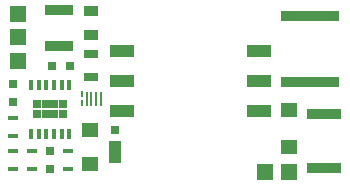
<source format=gbr>
G04 #@! TF.FileFunction,Soldermask,Top*
%FSLAX46Y46*%
G04 Gerber Fmt 4.6, Leading zero omitted, Abs format (unit mm)*
G04 Created by KiCad (PCBNEW 4.0.7) date 01/28/18 01:48:01*
%MOMM*%
%LPD*%
G01*
G04 APERTURE LIST*
%ADD10C,0.100000*%
%ADD11R,2.460000X0.960000*%
%ADD12O,0.140000X1.322000*%
%ADD13O,0.140000X0.520000*%
%ADD14R,0.710000X0.760000*%
%ADD15R,1.210000X0.960000*%
%ADD16R,4.960000X0.960000*%
%ADD17R,2.960000X0.960000*%
%ADD18R,1.360000X1.260000*%
%ADD19R,1.060000X1.960000*%
%ADD20R,0.760000X0.760000*%
%ADD21R,1.360000X1.160000*%
%ADD22R,1.460000X1.460000*%
%ADD23R,0.860000X0.460000*%
%ADD24R,1.260000X0.660000*%
%ADD25R,2.040000X1.130000*%
%ADD26R,0.380000X0.850000*%
%ADD27R,0.672500X0.785000*%
%ADD28R,0.760000X0.710000*%
G04 APERTURE END LIST*
D10*
D11*
X133100000Y-86500000D03*
X133100000Y-83500000D03*
D12*
X135800000Y-91000000D03*
X136200000Y-91000000D03*
X136600000Y-91000000D03*
X135400000Y-91000000D03*
D13*
X135000000Y-91401000D03*
X135000000Y-90599000D03*
D14*
X132300000Y-96950000D03*
X132300000Y-95450000D03*
D15*
X135800000Y-85600000D03*
X135800000Y-83600000D03*
D14*
X129200000Y-89750000D03*
X129200000Y-91250000D03*
D16*
X154300000Y-84000000D03*
X154300000Y-89600000D03*
D17*
X155500000Y-96900000D03*
X155500000Y-92300000D03*
D18*
X135700000Y-93650000D03*
X135700000Y-96550000D03*
D19*
X137800000Y-95550000D03*
D20*
X137800000Y-93650000D03*
D21*
X152500000Y-95050000D03*
X152500000Y-91950000D03*
D22*
X129600000Y-83800000D03*
X129600000Y-87800000D03*
X129600000Y-85800000D03*
X152500000Y-97200000D03*
X150500000Y-97200000D03*
D23*
X133800000Y-96950000D03*
X133800000Y-95450000D03*
X129200000Y-94150000D03*
X129200000Y-92650000D03*
X129200000Y-96950000D03*
X129200000Y-95450000D03*
D24*
X135800000Y-87250000D03*
X135800000Y-89150000D03*
D23*
X130800000Y-96950000D03*
X130800000Y-95450000D03*
D25*
X150030000Y-87000000D03*
X150030000Y-89500000D03*
X150030000Y-92000000D03*
X138370000Y-92000000D03*
X138370000Y-87000000D03*
X138370000Y-89500000D03*
D26*
X130675000Y-94005000D03*
X131325000Y-94005000D03*
X131975000Y-94005000D03*
X132625000Y-94005000D03*
X133275000Y-94005000D03*
X133925000Y-94005000D03*
X133925000Y-89795000D03*
X133275000Y-89795000D03*
X132625000Y-89795000D03*
X131975000Y-89795000D03*
X131325000Y-89795000D03*
X130675000Y-89795000D03*
D27*
X133368750Y-91487500D03*
X132656250Y-91487500D03*
X131943750Y-91487500D03*
X131231250Y-91487500D03*
X133368750Y-92312500D03*
X132656250Y-92312500D03*
X131943750Y-92312500D03*
X131231250Y-92312500D03*
D28*
X133950000Y-88200000D03*
X132450000Y-88200000D03*
M02*

</source>
